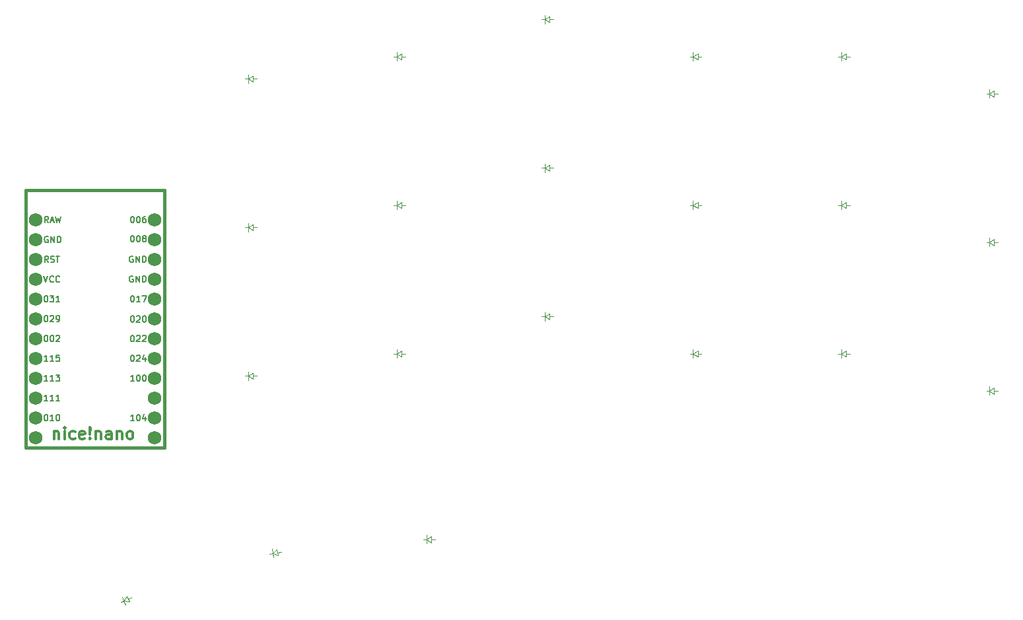
<source format=gbr>
%TF.GenerationSoftware,KiCad,Pcbnew,7.0.9*%
%TF.CreationDate,2024-08-18T04:48:34-07:00*%
%TF.ProjectId,right,72696768-742e-46b6-9963-61645f706362,v1.0.0*%
%TF.SameCoordinates,Original*%
%TF.FileFunction,Legend,Top*%
%TF.FilePolarity,Positive*%
%FSLAX46Y46*%
G04 Gerber Fmt 4.6, Leading zero omitted, Abs format (unit mm)*
G04 Created by KiCad (PCBNEW 7.0.9) date 2024-08-18 04:48:34*
%MOMM*%
%LPD*%
G01*
G04 APERTURE LIST*
%ADD10C,0.150000*%
%ADD11C,0.300000*%
%ADD12C,0.100000*%
%ADD13C,0.381000*%
%ADD14C,1.752600*%
G04 APERTURE END LIST*
D10*
X150464304Y-135367395D02*
X150197637Y-134986442D01*
X150007161Y-135367395D02*
X150007161Y-134567395D01*
X150007161Y-134567395D02*
X150311923Y-134567395D01*
X150311923Y-134567395D02*
X150388113Y-134605490D01*
X150388113Y-134605490D02*
X150426208Y-134643585D01*
X150426208Y-134643585D02*
X150464304Y-134719776D01*
X150464304Y-134719776D02*
X150464304Y-134834061D01*
X150464304Y-134834061D02*
X150426208Y-134910252D01*
X150426208Y-134910252D02*
X150388113Y-134948347D01*
X150388113Y-134948347D02*
X150311923Y-134986442D01*
X150311923Y-134986442D02*
X150007161Y-134986442D01*
X150769065Y-135138823D02*
X151150018Y-135138823D01*
X150692875Y-135367395D02*
X150959542Y-134567395D01*
X150959542Y-134567395D02*
X151226208Y-135367395D01*
X151416684Y-134567395D02*
X151607160Y-135367395D01*
X151607160Y-135367395D02*
X151759541Y-134795966D01*
X151759541Y-134795966D02*
X151911922Y-135367395D01*
X151911922Y-135367395D02*
X152102399Y-134567395D01*
X150426209Y-137145490D02*
X150350019Y-137107395D01*
X150350019Y-137107395D02*
X150235733Y-137107395D01*
X150235733Y-137107395D02*
X150121447Y-137145490D01*
X150121447Y-137145490D02*
X150045257Y-137221680D01*
X150045257Y-137221680D02*
X150007162Y-137297871D01*
X150007162Y-137297871D02*
X149969066Y-137450252D01*
X149969066Y-137450252D02*
X149969066Y-137564538D01*
X149969066Y-137564538D02*
X150007162Y-137716919D01*
X150007162Y-137716919D02*
X150045257Y-137793109D01*
X150045257Y-137793109D02*
X150121447Y-137869300D01*
X150121447Y-137869300D02*
X150235733Y-137907395D01*
X150235733Y-137907395D02*
X150311924Y-137907395D01*
X150311924Y-137907395D02*
X150426209Y-137869300D01*
X150426209Y-137869300D02*
X150464305Y-137831204D01*
X150464305Y-137831204D02*
X150464305Y-137564538D01*
X150464305Y-137564538D02*
X150311924Y-137564538D01*
X150807162Y-137907395D02*
X150807162Y-137107395D01*
X150807162Y-137107395D02*
X151264305Y-137907395D01*
X151264305Y-137907395D02*
X151264305Y-137107395D01*
X151645257Y-137907395D02*
X151645257Y-137107395D01*
X151645257Y-137107395D02*
X151835733Y-137107395D01*
X151835733Y-137107395D02*
X151950019Y-137145490D01*
X151950019Y-137145490D02*
X152026209Y-137221680D01*
X152026209Y-137221680D02*
X152064304Y-137297871D01*
X152064304Y-137297871D02*
X152102400Y-137450252D01*
X152102400Y-137450252D02*
X152102400Y-137564538D01*
X152102400Y-137564538D02*
X152064304Y-137716919D01*
X152064304Y-137716919D02*
X152026209Y-137793109D01*
X152026209Y-137793109D02*
X151950019Y-137869300D01*
X151950019Y-137869300D02*
X151835733Y-137907395D01*
X151835733Y-137907395D02*
X151645257Y-137907395D01*
X150464305Y-140447395D02*
X150197638Y-140066442D01*
X150007162Y-140447395D02*
X150007162Y-139647395D01*
X150007162Y-139647395D02*
X150311924Y-139647395D01*
X150311924Y-139647395D02*
X150388114Y-139685490D01*
X150388114Y-139685490D02*
X150426209Y-139723585D01*
X150426209Y-139723585D02*
X150464305Y-139799776D01*
X150464305Y-139799776D02*
X150464305Y-139914061D01*
X150464305Y-139914061D02*
X150426209Y-139990252D01*
X150426209Y-139990252D02*
X150388114Y-140028347D01*
X150388114Y-140028347D02*
X150311924Y-140066442D01*
X150311924Y-140066442D02*
X150007162Y-140066442D01*
X150769066Y-140409300D02*
X150883352Y-140447395D01*
X150883352Y-140447395D02*
X151073828Y-140447395D01*
X151073828Y-140447395D02*
X151150019Y-140409300D01*
X151150019Y-140409300D02*
X151188114Y-140371204D01*
X151188114Y-140371204D02*
X151226209Y-140295014D01*
X151226209Y-140295014D02*
X151226209Y-140218823D01*
X151226209Y-140218823D02*
X151188114Y-140142633D01*
X151188114Y-140142633D02*
X151150019Y-140104538D01*
X151150019Y-140104538D02*
X151073828Y-140066442D01*
X151073828Y-140066442D02*
X150921447Y-140028347D01*
X150921447Y-140028347D02*
X150845257Y-139990252D01*
X150845257Y-139990252D02*
X150807162Y-139952157D01*
X150807162Y-139952157D02*
X150769066Y-139875966D01*
X150769066Y-139875966D02*
X150769066Y-139799776D01*
X150769066Y-139799776D02*
X150807162Y-139723585D01*
X150807162Y-139723585D02*
X150845257Y-139685490D01*
X150845257Y-139685490D02*
X150921447Y-139647395D01*
X150921447Y-139647395D02*
X151111924Y-139647395D01*
X151111924Y-139647395D02*
X151226209Y-139685490D01*
X151454781Y-139647395D02*
X151911924Y-139647395D01*
X151683352Y-140447395D02*
X151683352Y-139647395D01*
X149886542Y-142187395D02*
X150153209Y-142987395D01*
X150153209Y-142987395D02*
X150419875Y-142187395D01*
X151143685Y-142911204D02*
X151105589Y-142949300D01*
X151105589Y-142949300D02*
X150991304Y-142987395D01*
X150991304Y-142987395D02*
X150915113Y-142987395D01*
X150915113Y-142987395D02*
X150800827Y-142949300D01*
X150800827Y-142949300D02*
X150724637Y-142873109D01*
X150724637Y-142873109D02*
X150686542Y-142796919D01*
X150686542Y-142796919D02*
X150648446Y-142644538D01*
X150648446Y-142644538D02*
X150648446Y-142530252D01*
X150648446Y-142530252D02*
X150686542Y-142377871D01*
X150686542Y-142377871D02*
X150724637Y-142301680D01*
X150724637Y-142301680D02*
X150800827Y-142225490D01*
X150800827Y-142225490D02*
X150915113Y-142187395D01*
X150915113Y-142187395D02*
X150991304Y-142187395D01*
X150991304Y-142187395D02*
X151105589Y-142225490D01*
X151105589Y-142225490D02*
X151143685Y-142263585D01*
X151943685Y-142911204D02*
X151905589Y-142949300D01*
X151905589Y-142949300D02*
X151791304Y-142987395D01*
X151791304Y-142987395D02*
X151715113Y-142987395D01*
X151715113Y-142987395D02*
X151600827Y-142949300D01*
X151600827Y-142949300D02*
X151524637Y-142873109D01*
X151524637Y-142873109D02*
X151486542Y-142796919D01*
X151486542Y-142796919D02*
X151448446Y-142644538D01*
X151448446Y-142644538D02*
X151448446Y-142530252D01*
X151448446Y-142530252D02*
X151486542Y-142377871D01*
X151486542Y-142377871D02*
X151524637Y-142301680D01*
X151524637Y-142301680D02*
X151600827Y-142225490D01*
X151600827Y-142225490D02*
X151715113Y-142187395D01*
X151715113Y-142187395D02*
X151791304Y-142187395D01*
X151791304Y-142187395D02*
X151905589Y-142225490D01*
X151905589Y-142225490D02*
X151943685Y-142263585D01*
X150153209Y-144727395D02*
X150229399Y-144727395D01*
X150229399Y-144727395D02*
X150305590Y-144765490D01*
X150305590Y-144765490D02*
X150343685Y-144803585D01*
X150343685Y-144803585D02*
X150381780Y-144879776D01*
X150381780Y-144879776D02*
X150419875Y-145032157D01*
X150419875Y-145032157D02*
X150419875Y-145222633D01*
X150419875Y-145222633D02*
X150381780Y-145375014D01*
X150381780Y-145375014D02*
X150343685Y-145451204D01*
X150343685Y-145451204D02*
X150305590Y-145489300D01*
X150305590Y-145489300D02*
X150229399Y-145527395D01*
X150229399Y-145527395D02*
X150153209Y-145527395D01*
X150153209Y-145527395D02*
X150077018Y-145489300D01*
X150077018Y-145489300D02*
X150038923Y-145451204D01*
X150038923Y-145451204D02*
X150000828Y-145375014D01*
X150000828Y-145375014D02*
X149962732Y-145222633D01*
X149962732Y-145222633D02*
X149962732Y-145032157D01*
X149962732Y-145032157D02*
X150000828Y-144879776D01*
X150000828Y-144879776D02*
X150038923Y-144803585D01*
X150038923Y-144803585D02*
X150077018Y-144765490D01*
X150077018Y-144765490D02*
X150153209Y-144727395D01*
X150686542Y-144727395D02*
X151181780Y-144727395D01*
X151181780Y-144727395D02*
X150915114Y-145032157D01*
X150915114Y-145032157D02*
X151029399Y-145032157D01*
X151029399Y-145032157D02*
X151105590Y-145070252D01*
X151105590Y-145070252D02*
X151143685Y-145108347D01*
X151143685Y-145108347D02*
X151181780Y-145184538D01*
X151181780Y-145184538D02*
X151181780Y-145375014D01*
X151181780Y-145375014D02*
X151143685Y-145451204D01*
X151143685Y-145451204D02*
X151105590Y-145489300D01*
X151105590Y-145489300D02*
X151029399Y-145527395D01*
X151029399Y-145527395D02*
X150800828Y-145527395D01*
X150800828Y-145527395D02*
X150724637Y-145489300D01*
X150724637Y-145489300D02*
X150686542Y-145451204D01*
X151943685Y-145527395D02*
X151486542Y-145527395D01*
X151715114Y-145527395D02*
X151715114Y-144727395D01*
X151715114Y-144727395D02*
X151638923Y-144841680D01*
X151638923Y-144841680D02*
X151562733Y-144917871D01*
X151562733Y-144917871D02*
X151486542Y-144955966D01*
X150153209Y-147267395D02*
X150229399Y-147267395D01*
X150229399Y-147267395D02*
X150305590Y-147305490D01*
X150305590Y-147305490D02*
X150343685Y-147343585D01*
X150343685Y-147343585D02*
X150381780Y-147419776D01*
X150381780Y-147419776D02*
X150419875Y-147572157D01*
X150419875Y-147572157D02*
X150419875Y-147762633D01*
X150419875Y-147762633D02*
X150381780Y-147915014D01*
X150381780Y-147915014D02*
X150343685Y-147991204D01*
X150343685Y-147991204D02*
X150305590Y-148029300D01*
X150305590Y-148029300D02*
X150229399Y-148067395D01*
X150229399Y-148067395D02*
X150153209Y-148067395D01*
X150153209Y-148067395D02*
X150077018Y-148029300D01*
X150077018Y-148029300D02*
X150038923Y-147991204D01*
X150038923Y-147991204D02*
X150000828Y-147915014D01*
X150000828Y-147915014D02*
X149962732Y-147762633D01*
X149962732Y-147762633D02*
X149962732Y-147572157D01*
X149962732Y-147572157D02*
X150000828Y-147419776D01*
X150000828Y-147419776D02*
X150038923Y-147343585D01*
X150038923Y-147343585D02*
X150077018Y-147305490D01*
X150077018Y-147305490D02*
X150153209Y-147267395D01*
X150724637Y-147343585D02*
X150762733Y-147305490D01*
X150762733Y-147305490D02*
X150838923Y-147267395D01*
X150838923Y-147267395D02*
X151029399Y-147267395D01*
X151029399Y-147267395D02*
X151105590Y-147305490D01*
X151105590Y-147305490D02*
X151143685Y-147343585D01*
X151143685Y-147343585D02*
X151181780Y-147419776D01*
X151181780Y-147419776D02*
X151181780Y-147495966D01*
X151181780Y-147495966D02*
X151143685Y-147610252D01*
X151143685Y-147610252D02*
X150686542Y-148067395D01*
X150686542Y-148067395D02*
X151181780Y-148067395D01*
X151562733Y-148067395D02*
X151715114Y-148067395D01*
X151715114Y-148067395D02*
X151791304Y-148029300D01*
X151791304Y-148029300D02*
X151829400Y-147991204D01*
X151829400Y-147991204D02*
X151905590Y-147876919D01*
X151905590Y-147876919D02*
X151943685Y-147724538D01*
X151943685Y-147724538D02*
X151943685Y-147419776D01*
X151943685Y-147419776D02*
X151905590Y-147343585D01*
X151905590Y-147343585D02*
X151867495Y-147305490D01*
X151867495Y-147305490D02*
X151791304Y-147267395D01*
X151791304Y-147267395D02*
X151638923Y-147267395D01*
X151638923Y-147267395D02*
X151562733Y-147305490D01*
X151562733Y-147305490D02*
X151524638Y-147343585D01*
X151524638Y-147343585D02*
X151486542Y-147419776D01*
X151486542Y-147419776D02*
X151486542Y-147610252D01*
X151486542Y-147610252D02*
X151524638Y-147686442D01*
X151524638Y-147686442D02*
X151562733Y-147724538D01*
X151562733Y-147724538D02*
X151638923Y-147762633D01*
X151638923Y-147762633D02*
X151791304Y-147762633D01*
X151791304Y-147762633D02*
X151867495Y-147724538D01*
X151867495Y-147724538D02*
X151905590Y-147686442D01*
X151905590Y-147686442D02*
X151943685Y-147610252D01*
X150153209Y-149807395D02*
X150229399Y-149807395D01*
X150229399Y-149807395D02*
X150305590Y-149845490D01*
X150305590Y-149845490D02*
X150343685Y-149883585D01*
X150343685Y-149883585D02*
X150381780Y-149959776D01*
X150381780Y-149959776D02*
X150419875Y-150112157D01*
X150419875Y-150112157D02*
X150419875Y-150302633D01*
X150419875Y-150302633D02*
X150381780Y-150455014D01*
X150381780Y-150455014D02*
X150343685Y-150531204D01*
X150343685Y-150531204D02*
X150305590Y-150569300D01*
X150305590Y-150569300D02*
X150229399Y-150607395D01*
X150229399Y-150607395D02*
X150153209Y-150607395D01*
X150153209Y-150607395D02*
X150077018Y-150569300D01*
X150077018Y-150569300D02*
X150038923Y-150531204D01*
X150038923Y-150531204D02*
X150000828Y-150455014D01*
X150000828Y-150455014D02*
X149962732Y-150302633D01*
X149962732Y-150302633D02*
X149962732Y-150112157D01*
X149962732Y-150112157D02*
X150000828Y-149959776D01*
X150000828Y-149959776D02*
X150038923Y-149883585D01*
X150038923Y-149883585D02*
X150077018Y-149845490D01*
X150077018Y-149845490D02*
X150153209Y-149807395D01*
X150915114Y-149807395D02*
X150991304Y-149807395D01*
X150991304Y-149807395D02*
X151067495Y-149845490D01*
X151067495Y-149845490D02*
X151105590Y-149883585D01*
X151105590Y-149883585D02*
X151143685Y-149959776D01*
X151143685Y-149959776D02*
X151181780Y-150112157D01*
X151181780Y-150112157D02*
X151181780Y-150302633D01*
X151181780Y-150302633D02*
X151143685Y-150455014D01*
X151143685Y-150455014D02*
X151105590Y-150531204D01*
X151105590Y-150531204D02*
X151067495Y-150569300D01*
X151067495Y-150569300D02*
X150991304Y-150607395D01*
X150991304Y-150607395D02*
X150915114Y-150607395D01*
X150915114Y-150607395D02*
X150838923Y-150569300D01*
X150838923Y-150569300D02*
X150800828Y-150531204D01*
X150800828Y-150531204D02*
X150762733Y-150455014D01*
X150762733Y-150455014D02*
X150724637Y-150302633D01*
X150724637Y-150302633D02*
X150724637Y-150112157D01*
X150724637Y-150112157D02*
X150762733Y-149959776D01*
X150762733Y-149959776D02*
X150800828Y-149883585D01*
X150800828Y-149883585D02*
X150838923Y-149845490D01*
X150838923Y-149845490D02*
X150915114Y-149807395D01*
X151486542Y-149883585D02*
X151524638Y-149845490D01*
X151524638Y-149845490D02*
X151600828Y-149807395D01*
X151600828Y-149807395D02*
X151791304Y-149807395D01*
X151791304Y-149807395D02*
X151867495Y-149845490D01*
X151867495Y-149845490D02*
X151905590Y-149883585D01*
X151905590Y-149883585D02*
X151943685Y-149959776D01*
X151943685Y-149959776D02*
X151943685Y-150035966D01*
X151943685Y-150035966D02*
X151905590Y-150150252D01*
X151905590Y-150150252D02*
X151448447Y-150607395D01*
X151448447Y-150607395D02*
X151943685Y-150607395D01*
X150419875Y-153147395D02*
X149962732Y-153147395D01*
X150191304Y-153147395D02*
X150191304Y-152347395D01*
X150191304Y-152347395D02*
X150115113Y-152461680D01*
X150115113Y-152461680D02*
X150038923Y-152537871D01*
X150038923Y-152537871D02*
X149962732Y-152575966D01*
X151181780Y-153147395D02*
X150724637Y-153147395D01*
X150953209Y-153147395D02*
X150953209Y-152347395D01*
X150953209Y-152347395D02*
X150877018Y-152461680D01*
X150877018Y-152461680D02*
X150800828Y-152537871D01*
X150800828Y-152537871D02*
X150724637Y-152575966D01*
X151905590Y-152347395D02*
X151524638Y-152347395D01*
X151524638Y-152347395D02*
X151486542Y-152728347D01*
X151486542Y-152728347D02*
X151524638Y-152690252D01*
X151524638Y-152690252D02*
X151600828Y-152652157D01*
X151600828Y-152652157D02*
X151791304Y-152652157D01*
X151791304Y-152652157D02*
X151867495Y-152690252D01*
X151867495Y-152690252D02*
X151905590Y-152728347D01*
X151905590Y-152728347D02*
X151943685Y-152804538D01*
X151943685Y-152804538D02*
X151943685Y-152995014D01*
X151943685Y-152995014D02*
X151905590Y-153071204D01*
X151905590Y-153071204D02*
X151867495Y-153109300D01*
X151867495Y-153109300D02*
X151791304Y-153147395D01*
X151791304Y-153147395D02*
X151600828Y-153147395D01*
X151600828Y-153147395D02*
X151524638Y-153109300D01*
X151524638Y-153109300D02*
X151486542Y-153071204D01*
X150419875Y-155687395D02*
X149962732Y-155687395D01*
X150191304Y-155687395D02*
X150191304Y-154887395D01*
X150191304Y-154887395D02*
X150115113Y-155001680D01*
X150115113Y-155001680D02*
X150038923Y-155077871D01*
X150038923Y-155077871D02*
X149962732Y-155115966D01*
X151181780Y-155687395D02*
X150724637Y-155687395D01*
X150953209Y-155687395D02*
X150953209Y-154887395D01*
X150953209Y-154887395D02*
X150877018Y-155001680D01*
X150877018Y-155001680D02*
X150800828Y-155077871D01*
X150800828Y-155077871D02*
X150724637Y-155115966D01*
X151448447Y-154887395D02*
X151943685Y-154887395D01*
X151943685Y-154887395D02*
X151677019Y-155192157D01*
X151677019Y-155192157D02*
X151791304Y-155192157D01*
X151791304Y-155192157D02*
X151867495Y-155230252D01*
X151867495Y-155230252D02*
X151905590Y-155268347D01*
X151905590Y-155268347D02*
X151943685Y-155344538D01*
X151943685Y-155344538D02*
X151943685Y-155535014D01*
X151943685Y-155535014D02*
X151905590Y-155611204D01*
X151905590Y-155611204D02*
X151867495Y-155649300D01*
X151867495Y-155649300D02*
X151791304Y-155687395D01*
X151791304Y-155687395D02*
X151562733Y-155687395D01*
X151562733Y-155687395D02*
X151486542Y-155649300D01*
X151486542Y-155649300D02*
X151448447Y-155611204D01*
X150419875Y-158227395D02*
X149962732Y-158227395D01*
X150191304Y-158227395D02*
X150191304Y-157427395D01*
X150191304Y-157427395D02*
X150115113Y-157541680D01*
X150115113Y-157541680D02*
X150038923Y-157617871D01*
X150038923Y-157617871D02*
X149962732Y-157655966D01*
X151181780Y-158227395D02*
X150724637Y-158227395D01*
X150953209Y-158227395D02*
X150953209Y-157427395D01*
X150953209Y-157427395D02*
X150877018Y-157541680D01*
X150877018Y-157541680D02*
X150800828Y-157617871D01*
X150800828Y-157617871D02*
X150724637Y-157655966D01*
X151943685Y-158227395D02*
X151486542Y-158227395D01*
X151715114Y-158227395D02*
X151715114Y-157427395D01*
X151715114Y-157427395D02*
X151638923Y-157541680D01*
X151638923Y-157541680D02*
X151562733Y-157617871D01*
X151562733Y-157617871D02*
X151486542Y-157655966D01*
X150153209Y-159967395D02*
X150229399Y-159967395D01*
X150229399Y-159967395D02*
X150305590Y-160005490D01*
X150305590Y-160005490D02*
X150343685Y-160043585D01*
X150343685Y-160043585D02*
X150381780Y-160119776D01*
X150381780Y-160119776D02*
X150419875Y-160272157D01*
X150419875Y-160272157D02*
X150419875Y-160462633D01*
X150419875Y-160462633D02*
X150381780Y-160615014D01*
X150381780Y-160615014D02*
X150343685Y-160691204D01*
X150343685Y-160691204D02*
X150305590Y-160729300D01*
X150305590Y-160729300D02*
X150229399Y-160767395D01*
X150229399Y-160767395D02*
X150153209Y-160767395D01*
X150153209Y-160767395D02*
X150077018Y-160729300D01*
X150077018Y-160729300D02*
X150038923Y-160691204D01*
X150038923Y-160691204D02*
X150000828Y-160615014D01*
X150000828Y-160615014D02*
X149962732Y-160462633D01*
X149962732Y-160462633D02*
X149962732Y-160272157D01*
X149962732Y-160272157D02*
X150000828Y-160119776D01*
X150000828Y-160119776D02*
X150038923Y-160043585D01*
X150038923Y-160043585D02*
X150077018Y-160005490D01*
X150077018Y-160005490D02*
X150153209Y-159967395D01*
X151181780Y-160767395D02*
X150724637Y-160767395D01*
X150953209Y-160767395D02*
X150953209Y-159967395D01*
X150953209Y-159967395D02*
X150877018Y-160081680D01*
X150877018Y-160081680D02*
X150800828Y-160157871D01*
X150800828Y-160157871D02*
X150724637Y-160195966D01*
X151677019Y-159967395D02*
X151753209Y-159967395D01*
X151753209Y-159967395D02*
X151829400Y-160005490D01*
X151829400Y-160005490D02*
X151867495Y-160043585D01*
X151867495Y-160043585D02*
X151905590Y-160119776D01*
X151905590Y-160119776D02*
X151943685Y-160272157D01*
X151943685Y-160272157D02*
X151943685Y-160462633D01*
X151943685Y-160462633D02*
X151905590Y-160615014D01*
X151905590Y-160615014D02*
X151867495Y-160691204D01*
X151867495Y-160691204D02*
X151829400Y-160729300D01*
X151829400Y-160729300D02*
X151753209Y-160767395D01*
X151753209Y-160767395D02*
X151677019Y-160767395D01*
X151677019Y-160767395D02*
X151600828Y-160729300D01*
X151600828Y-160729300D02*
X151562733Y-160691204D01*
X151562733Y-160691204D02*
X151524638Y-160615014D01*
X151524638Y-160615014D02*
X151486542Y-160462633D01*
X151486542Y-160462633D02*
X151486542Y-160272157D01*
X151486542Y-160272157D02*
X151524638Y-160119776D01*
X151524638Y-160119776D02*
X151562733Y-160043585D01*
X151562733Y-160043585D02*
X151600828Y-160005490D01*
X151600828Y-160005490D02*
X151677019Y-159967395D01*
X161227590Y-134567395D02*
X161303780Y-134567395D01*
X161303780Y-134567395D02*
X161379971Y-134605490D01*
X161379971Y-134605490D02*
X161418066Y-134643585D01*
X161418066Y-134643585D02*
X161456161Y-134719776D01*
X161456161Y-134719776D02*
X161494256Y-134872157D01*
X161494256Y-134872157D02*
X161494256Y-135062633D01*
X161494256Y-135062633D02*
X161456161Y-135215014D01*
X161456161Y-135215014D02*
X161418066Y-135291204D01*
X161418066Y-135291204D02*
X161379971Y-135329300D01*
X161379971Y-135329300D02*
X161303780Y-135367395D01*
X161303780Y-135367395D02*
X161227590Y-135367395D01*
X161227590Y-135367395D02*
X161151399Y-135329300D01*
X161151399Y-135329300D02*
X161113304Y-135291204D01*
X161113304Y-135291204D02*
X161075209Y-135215014D01*
X161075209Y-135215014D02*
X161037113Y-135062633D01*
X161037113Y-135062633D02*
X161037113Y-134872157D01*
X161037113Y-134872157D02*
X161075209Y-134719776D01*
X161075209Y-134719776D02*
X161113304Y-134643585D01*
X161113304Y-134643585D02*
X161151399Y-134605490D01*
X161151399Y-134605490D02*
X161227590Y-134567395D01*
X161989495Y-134567395D02*
X162065685Y-134567395D01*
X162065685Y-134567395D02*
X162141876Y-134605490D01*
X162141876Y-134605490D02*
X162179971Y-134643585D01*
X162179971Y-134643585D02*
X162218066Y-134719776D01*
X162218066Y-134719776D02*
X162256161Y-134872157D01*
X162256161Y-134872157D02*
X162256161Y-135062633D01*
X162256161Y-135062633D02*
X162218066Y-135215014D01*
X162218066Y-135215014D02*
X162179971Y-135291204D01*
X162179971Y-135291204D02*
X162141876Y-135329300D01*
X162141876Y-135329300D02*
X162065685Y-135367395D01*
X162065685Y-135367395D02*
X161989495Y-135367395D01*
X161989495Y-135367395D02*
X161913304Y-135329300D01*
X161913304Y-135329300D02*
X161875209Y-135291204D01*
X161875209Y-135291204D02*
X161837114Y-135215014D01*
X161837114Y-135215014D02*
X161799018Y-135062633D01*
X161799018Y-135062633D02*
X161799018Y-134872157D01*
X161799018Y-134872157D02*
X161837114Y-134719776D01*
X161837114Y-134719776D02*
X161875209Y-134643585D01*
X161875209Y-134643585D02*
X161913304Y-134605490D01*
X161913304Y-134605490D02*
X161989495Y-134567395D01*
X162941876Y-134567395D02*
X162789495Y-134567395D01*
X162789495Y-134567395D02*
X162713304Y-134605490D01*
X162713304Y-134605490D02*
X162675209Y-134643585D01*
X162675209Y-134643585D02*
X162599019Y-134757871D01*
X162599019Y-134757871D02*
X162560923Y-134910252D01*
X162560923Y-134910252D02*
X162560923Y-135215014D01*
X162560923Y-135215014D02*
X162599019Y-135291204D01*
X162599019Y-135291204D02*
X162637114Y-135329300D01*
X162637114Y-135329300D02*
X162713304Y-135367395D01*
X162713304Y-135367395D02*
X162865685Y-135367395D01*
X162865685Y-135367395D02*
X162941876Y-135329300D01*
X162941876Y-135329300D02*
X162979971Y-135291204D01*
X162979971Y-135291204D02*
X163018066Y-135215014D01*
X163018066Y-135215014D02*
X163018066Y-135024538D01*
X163018066Y-135024538D02*
X162979971Y-134948347D01*
X162979971Y-134948347D02*
X162941876Y-134910252D01*
X162941876Y-134910252D02*
X162865685Y-134872157D01*
X162865685Y-134872157D02*
X162713304Y-134872157D01*
X162713304Y-134872157D02*
X162637114Y-134910252D01*
X162637114Y-134910252D02*
X162599019Y-134948347D01*
X162599019Y-134948347D02*
X162560923Y-135024538D01*
X161227590Y-137037395D02*
X161303780Y-137037395D01*
X161303780Y-137037395D02*
X161379971Y-137075490D01*
X161379971Y-137075490D02*
X161418066Y-137113585D01*
X161418066Y-137113585D02*
X161456161Y-137189776D01*
X161456161Y-137189776D02*
X161494256Y-137342157D01*
X161494256Y-137342157D02*
X161494256Y-137532633D01*
X161494256Y-137532633D02*
X161456161Y-137685014D01*
X161456161Y-137685014D02*
X161418066Y-137761204D01*
X161418066Y-137761204D02*
X161379971Y-137799300D01*
X161379971Y-137799300D02*
X161303780Y-137837395D01*
X161303780Y-137837395D02*
X161227590Y-137837395D01*
X161227590Y-137837395D02*
X161151399Y-137799300D01*
X161151399Y-137799300D02*
X161113304Y-137761204D01*
X161113304Y-137761204D02*
X161075209Y-137685014D01*
X161075209Y-137685014D02*
X161037113Y-137532633D01*
X161037113Y-137532633D02*
X161037113Y-137342157D01*
X161037113Y-137342157D02*
X161075209Y-137189776D01*
X161075209Y-137189776D02*
X161113304Y-137113585D01*
X161113304Y-137113585D02*
X161151399Y-137075490D01*
X161151399Y-137075490D02*
X161227590Y-137037395D01*
X161989495Y-137037395D02*
X162065685Y-137037395D01*
X162065685Y-137037395D02*
X162141876Y-137075490D01*
X162141876Y-137075490D02*
X162179971Y-137113585D01*
X162179971Y-137113585D02*
X162218066Y-137189776D01*
X162218066Y-137189776D02*
X162256161Y-137342157D01*
X162256161Y-137342157D02*
X162256161Y-137532633D01*
X162256161Y-137532633D02*
X162218066Y-137685014D01*
X162218066Y-137685014D02*
X162179971Y-137761204D01*
X162179971Y-137761204D02*
X162141876Y-137799300D01*
X162141876Y-137799300D02*
X162065685Y-137837395D01*
X162065685Y-137837395D02*
X161989495Y-137837395D01*
X161989495Y-137837395D02*
X161913304Y-137799300D01*
X161913304Y-137799300D02*
X161875209Y-137761204D01*
X161875209Y-137761204D02*
X161837114Y-137685014D01*
X161837114Y-137685014D02*
X161799018Y-137532633D01*
X161799018Y-137532633D02*
X161799018Y-137342157D01*
X161799018Y-137342157D02*
X161837114Y-137189776D01*
X161837114Y-137189776D02*
X161875209Y-137113585D01*
X161875209Y-137113585D02*
X161913304Y-137075490D01*
X161913304Y-137075490D02*
X161989495Y-137037395D01*
X162713304Y-137380252D02*
X162637114Y-137342157D01*
X162637114Y-137342157D02*
X162599019Y-137304061D01*
X162599019Y-137304061D02*
X162560923Y-137227871D01*
X162560923Y-137227871D02*
X162560923Y-137189776D01*
X162560923Y-137189776D02*
X162599019Y-137113585D01*
X162599019Y-137113585D02*
X162637114Y-137075490D01*
X162637114Y-137075490D02*
X162713304Y-137037395D01*
X162713304Y-137037395D02*
X162865685Y-137037395D01*
X162865685Y-137037395D02*
X162941876Y-137075490D01*
X162941876Y-137075490D02*
X162979971Y-137113585D01*
X162979971Y-137113585D02*
X163018066Y-137189776D01*
X163018066Y-137189776D02*
X163018066Y-137227871D01*
X163018066Y-137227871D02*
X162979971Y-137304061D01*
X162979971Y-137304061D02*
X162941876Y-137342157D01*
X162941876Y-137342157D02*
X162865685Y-137380252D01*
X162865685Y-137380252D02*
X162713304Y-137380252D01*
X162713304Y-137380252D02*
X162637114Y-137418347D01*
X162637114Y-137418347D02*
X162599019Y-137456442D01*
X162599019Y-137456442D02*
X162560923Y-137532633D01*
X162560923Y-137532633D02*
X162560923Y-137685014D01*
X162560923Y-137685014D02*
X162599019Y-137761204D01*
X162599019Y-137761204D02*
X162637114Y-137799300D01*
X162637114Y-137799300D02*
X162713304Y-137837395D01*
X162713304Y-137837395D02*
X162865685Y-137837395D01*
X162865685Y-137837395D02*
X162941876Y-137799300D01*
X162941876Y-137799300D02*
X162979971Y-137761204D01*
X162979971Y-137761204D02*
X163018066Y-137685014D01*
X163018066Y-137685014D02*
X163018066Y-137532633D01*
X163018066Y-137532633D02*
X162979971Y-137456442D01*
X162979971Y-137456442D02*
X162941876Y-137418347D01*
X162941876Y-137418347D02*
X162865685Y-137380252D01*
X161341876Y-139685490D02*
X161265686Y-139647395D01*
X161265686Y-139647395D02*
X161151400Y-139647395D01*
X161151400Y-139647395D02*
X161037114Y-139685490D01*
X161037114Y-139685490D02*
X160960924Y-139761680D01*
X160960924Y-139761680D02*
X160922829Y-139837871D01*
X160922829Y-139837871D02*
X160884733Y-139990252D01*
X160884733Y-139990252D02*
X160884733Y-140104538D01*
X160884733Y-140104538D02*
X160922829Y-140256919D01*
X160922829Y-140256919D02*
X160960924Y-140333109D01*
X160960924Y-140333109D02*
X161037114Y-140409300D01*
X161037114Y-140409300D02*
X161151400Y-140447395D01*
X161151400Y-140447395D02*
X161227591Y-140447395D01*
X161227591Y-140447395D02*
X161341876Y-140409300D01*
X161341876Y-140409300D02*
X161379972Y-140371204D01*
X161379972Y-140371204D02*
X161379972Y-140104538D01*
X161379972Y-140104538D02*
X161227591Y-140104538D01*
X161722829Y-140447395D02*
X161722829Y-139647395D01*
X161722829Y-139647395D02*
X162179972Y-140447395D01*
X162179972Y-140447395D02*
X162179972Y-139647395D01*
X162560924Y-140447395D02*
X162560924Y-139647395D01*
X162560924Y-139647395D02*
X162751400Y-139647395D01*
X162751400Y-139647395D02*
X162865686Y-139685490D01*
X162865686Y-139685490D02*
X162941876Y-139761680D01*
X162941876Y-139761680D02*
X162979971Y-139837871D01*
X162979971Y-139837871D02*
X163018067Y-139990252D01*
X163018067Y-139990252D02*
X163018067Y-140104538D01*
X163018067Y-140104538D02*
X162979971Y-140256919D01*
X162979971Y-140256919D02*
X162941876Y-140333109D01*
X162941876Y-140333109D02*
X162865686Y-140409300D01*
X162865686Y-140409300D02*
X162751400Y-140447395D01*
X162751400Y-140447395D02*
X162560924Y-140447395D01*
X161341876Y-142225490D02*
X161265686Y-142187395D01*
X161265686Y-142187395D02*
X161151400Y-142187395D01*
X161151400Y-142187395D02*
X161037114Y-142225490D01*
X161037114Y-142225490D02*
X160960924Y-142301680D01*
X160960924Y-142301680D02*
X160922829Y-142377871D01*
X160922829Y-142377871D02*
X160884733Y-142530252D01*
X160884733Y-142530252D02*
X160884733Y-142644538D01*
X160884733Y-142644538D02*
X160922829Y-142796919D01*
X160922829Y-142796919D02*
X160960924Y-142873109D01*
X160960924Y-142873109D02*
X161037114Y-142949300D01*
X161037114Y-142949300D02*
X161151400Y-142987395D01*
X161151400Y-142987395D02*
X161227591Y-142987395D01*
X161227591Y-142987395D02*
X161341876Y-142949300D01*
X161341876Y-142949300D02*
X161379972Y-142911204D01*
X161379972Y-142911204D02*
X161379972Y-142644538D01*
X161379972Y-142644538D02*
X161227591Y-142644538D01*
X161722829Y-142987395D02*
X161722829Y-142187395D01*
X161722829Y-142187395D02*
X162179972Y-142987395D01*
X162179972Y-142987395D02*
X162179972Y-142187395D01*
X162560924Y-142987395D02*
X162560924Y-142187395D01*
X162560924Y-142187395D02*
X162751400Y-142187395D01*
X162751400Y-142187395D02*
X162865686Y-142225490D01*
X162865686Y-142225490D02*
X162941876Y-142301680D01*
X162941876Y-142301680D02*
X162979971Y-142377871D01*
X162979971Y-142377871D02*
X163018067Y-142530252D01*
X163018067Y-142530252D02*
X163018067Y-142644538D01*
X163018067Y-142644538D02*
X162979971Y-142796919D01*
X162979971Y-142796919D02*
X162941876Y-142873109D01*
X162941876Y-142873109D02*
X162865686Y-142949300D01*
X162865686Y-142949300D02*
X162751400Y-142987395D01*
X162751400Y-142987395D02*
X162560924Y-142987395D01*
X161227590Y-144737395D02*
X161303780Y-144737395D01*
X161303780Y-144737395D02*
X161379971Y-144775490D01*
X161379971Y-144775490D02*
X161418066Y-144813585D01*
X161418066Y-144813585D02*
X161456161Y-144889776D01*
X161456161Y-144889776D02*
X161494256Y-145042157D01*
X161494256Y-145042157D02*
X161494256Y-145232633D01*
X161494256Y-145232633D02*
X161456161Y-145385014D01*
X161456161Y-145385014D02*
X161418066Y-145461204D01*
X161418066Y-145461204D02*
X161379971Y-145499300D01*
X161379971Y-145499300D02*
X161303780Y-145537395D01*
X161303780Y-145537395D02*
X161227590Y-145537395D01*
X161227590Y-145537395D02*
X161151399Y-145499300D01*
X161151399Y-145499300D02*
X161113304Y-145461204D01*
X161113304Y-145461204D02*
X161075209Y-145385014D01*
X161075209Y-145385014D02*
X161037113Y-145232633D01*
X161037113Y-145232633D02*
X161037113Y-145042157D01*
X161037113Y-145042157D02*
X161075209Y-144889776D01*
X161075209Y-144889776D02*
X161113304Y-144813585D01*
X161113304Y-144813585D02*
X161151399Y-144775490D01*
X161151399Y-144775490D02*
X161227590Y-144737395D01*
X162256161Y-145537395D02*
X161799018Y-145537395D01*
X162027590Y-145537395D02*
X162027590Y-144737395D01*
X162027590Y-144737395D02*
X161951399Y-144851680D01*
X161951399Y-144851680D02*
X161875209Y-144927871D01*
X161875209Y-144927871D02*
X161799018Y-144965966D01*
X162522828Y-144737395D02*
X163056162Y-144737395D01*
X163056162Y-144737395D02*
X162713304Y-145537395D01*
X161227590Y-147337395D02*
X161303780Y-147337395D01*
X161303780Y-147337395D02*
X161379971Y-147375490D01*
X161379971Y-147375490D02*
X161418066Y-147413585D01*
X161418066Y-147413585D02*
X161456161Y-147489776D01*
X161456161Y-147489776D02*
X161494256Y-147642157D01*
X161494256Y-147642157D02*
X161494256Y-147832633D01*
X161494256Y-147832633D02*
X161456161Y-147985014D01*
X161456161Y-147985014D02*
X161418066Y-148061204D01*
X161418066Y-148061204D02*
X161379971Y-148099300D01*
X161379971Y-148099300D02*
X161303780Y-148137395D01*
X161303780Y-148137395D02*
X161227590Y-148137395D01*
X161227590Y-148137395D02*
X161151399Y-148099300D01*
X161151399Y-148099300D02*
X161113304Y-148061204D01*
X161113304Y-148061204D02*
X161075209Y-147985014D01*
X161075209Y-147985014D02*
X161037113Y-147832633D01*
X161037113Y-147832633D02*
X161037113Y-147642157D01*
X161037113Y-147642157D02*
X161075209Y-147489776D01*
X161075209Y-147489776D02*
X161113304Y-147413585D01*
X161113304Y-147413585D02*
X161151399Y-147375490D01*
X161151399Y-147375490D02*
X161227590Y-147337395D01*
X161799018Y-147413585D02*
X161837114Y-147375490D01*
X161837114Y-147375490D02*
X161913304Y-147337395D01*
X161913304Y-147337395D02*
X162103780Y-147337395D01*
X162103780Y-147337395D02*
X162179971Y-147375490D01*
X162179971Y-147375490D02*
X162218066Y-147413585D01*
X162218066Y-147413585D02*
X162256161Y-147489776D01*
X162256161Y-147489776D02*
X162256161Y-147565966D01*
X162256161Y-147565966D02*
X162218066Y-147680252D01*
X162218066Y-147680252D02*
X161760923Y-148137395D01*
X161760923Y-148137395D02*
X162256161Y-148137395D01*
X162751400Y-147337395D02*
X162827590Y-147337395D01*
X162827590Y-147337395D02*
X162903781Y-147375490D01*
X162903781Y-147375490D02*
X162941876Y-147413585D01*
X162941876Y-147413585D02*
X162979971Y-147489776D01*
X162979971Y-147489776D02*
X163018066Y-147642157D01*
X163018066Y-147642157D02*
X163018066Y-147832633D01*
X163018066Y-147832633D02*
X162979971Y-147985014D01*
X162979971Y-147985014D02*
X162941876Y-148061204D01*
X162941876Y-148061204D02*
X162903781Y-148099300D01*
X162903781Y-148099300D02*
X162827590Y-148137395D01*
X162827590Y-148137395D02*
X162751400Y-148137395D01*
X162751400Y-148137395D02*
X162675209Y-148099300D01*
X162675209Y-148099300D02*
X162637114Y-148061204D01*
X162637114Y-148061204D02*
X162599019Y-147985014D01*
X162599019Y-147985014D02*
X162560923Y-147832633D01*
X162560923Y-147832633D02*
X162560923Y-147642157D01*
X162560923Y-147642157D02*
X162599019Y-147489776D01*
X162599019Y-147489776D02*
X162637114Y-147413585D01*
X162637114Y-147413585D02*
X162675209Y-147375490D01*
X162675209Y-147375490D02*
X162751400Y-147337395D01*
X161227590Y-149837395D02*
X161303780Y-149837395D01*
X161303780Y-149837395D02*
X161379971Y-149875490D01*
X161379971Y-149875490D02*
X161418066Y-149913585D01*
X161418066Y-149913585D02*
X161456161Y-149989776D01*
X161456161Y-149989776D02*
X161494256Y-150142157D01*
X161494256Y-150142157D02*
X161494256Y-150332633D01*
X161494256Y-150332633D02*
X161456161Y-150485014D01*
X161456161Y-150485014D02*
X161418066Y-150561204D01*
X161418066Y-150561204D02*
X161379971Y-150599300D01*
X161379971Y-150599300D02*
X161303780Y-150637395D01*
X161303780Y-150637395D02*
X161227590Y-150637395D01*
X161227590Y-150637395D02*
X161151399Y-150599300D01*
X161151399Y-150599300D02*
X161113304Y-150561204D01*
X161113304Y-150561204D02*
X161075209Y-150485014D01*
X161075209Y-150485014D02*
X161037113Y-150332633D01*
X161037113Y-150332633D02*
X161037113Y-150142157D01*
X161037113Y-150142157D02*
X161075209Y-149989776D01*
X161075209Y-149989776D02*
X161113304Y-149913585D01*
X161113304Y-149913585D02*
X161151399Y-149875490D01*
X161151399Y-149875490D02*
X161227590Y-149837395D01*
X161799018Y-149913585D02*
X161837114Y-149875490D01*
X161837114Y-149875490D02*
X161913304Y-149837395D01*
X161913304Y-149837395D02*
X162103780Y-149837395D01*
X162103780Y-149837395D02*
X162179971Y-149875490D01*
X162179971Y-149875490D02*
X162218066Y-149913585D01*
X162218066Y-149913585D02*
X162256161Y-149989776D01*
X162256161Y-149989776D02*
X162256161Y-150065966D01*
X162256161Y-150065966D02*
X162218066Y-150180252D01*
X162218066Y-150180252D02*
X161760923Y-150637395D01*
X161760923Y-150637395D02*
X162256161Y-150637395D01*
X162560923Y-149913585D02*
X162599019Y-149875490D01*
X162599019Y-149875490D02*
X162675209Y-149837395D01*
X162675209Y-149837395D02*
X162865685Y-149837395D01*
X162865685Y-149837395D02*
X162941876Y-149875490D01*
X162941876Y-149875490D02*
X162979971Y-149913585D01*
X162979971Y-149913585D02*
X163018066Y-149989776D01*
X163018066Y-149989776D02*
X163018066Y-150065966D01*
X163018066Y-150065966D02*
X162979971Y-150180252D01*
X162979971Y-150180252D02*
X162522828Y-150637395D01*
X162522828Y-150637395D02*
X163018066Y-150637395D01*
X161227590Y-152347395D02*
X161303780Y-152347395D01*
X161303780Y-152347395D02*
X161379971Y-152385490D01*
X161379971Y-152385490D02*
X161418066Y-152423585D01*
X161418066Y-152423585D02*
X161456161Y-152499776D01*
X161456161Y-152499776D02*
X161494256Y-152652157D01*
X161494256Y-152652157D02*
X161494256Y-152842633D01*
X161494256Y-152842633D02*
X161456161Y-152995014D01*
X161456161Y-152995014D02*
X161418066Y-153071204D01*
X161418066Y-153071204D02*
X161379971Y-153109300D01*
X161379971Y-153109300D02*
X161303780Y-153147395D01*
X161303780Y-153147395D02*
X161227590Y-153147395D01*
X161227590Y-153147395D02*
X161151399Y-153109300D01*
X161151399Y-153109300D02*
X161113304Y-153071204D01*
X161113304Y-153071204D02*
X161075209Y-152995014D01*
X161075209Y-152995014D02*
X161037113Y-152842633D01*
X161037113Y-152842633D02*
X161037113Y-152652157D01*
X161037113Y-152652157D02*
X161075209Y-152499776D01*
X161075209Y-152499776D02*
X161113304Y-152423585D01*
X161113304Y-152423585D02*
X161151399Y-152385490D01*
X161151399Y-152385490D02*
X161227590Y-152347395D01*
X161799018Y-152423585D02*
X161837114Y-152385490D01*
X161837114Y-152385490D02*
X161913304Y-152347395D01*
X161913304Y-152347395D02*
X162103780Y-152347395D01*
X162103780Y-152347395D02*
X162179971Y-152385490D01*
X162179971Y-152385490D02*
X162218066Y-152423585D01*
X162218066Y-152423585D02*
X162256161Y-152499776D01*
X162256161Y-152499776D02*
X162256161Y-152575966D01*
X162256161Y-152575966D02*
X162218066Y-152690252D01*
X162218066Y-152690252D02*
X161760923Y-153147395D01*
X161760923Y-153147395D02*
X162256161Y-153147395D01*
X162941876Y-152614061D02*
X162941876Y-153147395D01*
X162751400Y-152309300D02*
X162560923Y-152880728D01*
X162560923Y-152880728D02*
X163056162Y-152880728D01*
X161494256Y-155687395D02*
X161037113Y-155687395D01*
X161265685Y-155687395D02*
X161265685Y-154887395D01*
X161265685Y-154887395D02*
X161189494Y-155001680D01*
X161189494Y-155001680D02*
X161113304Y-155077871D01*
X161113304Y-155077871D02*
X161037113Y-155115966D01*
X161989495Y-154887395D02*
X162065685Y-154887395D01*
X162065685Y-154887395D02*
X162141876Y-154925490D01*
X162141876Y-154925490D02*
X162179971Y-154963585D01*
X162179971Y-154963585D02*
X162218066Y-155039776D01*
X162218066Y-155039776D02*
X162256161Y-155192157D01*
X162256161Y-155192157D02*
X162256161Y-155382633D01*
X162256161Y-155382633D02*
X162218066Y-155535014D01*
X162218066Y-155535014D02*
X162179971Y-155611204D01*
X162179971Y-155611204D02*
X162141876Y-155649300D01*
X162141876Y-155649300D02*
X162065685Y-155687395D01*
X162065685Y-155687395D02*
X161989495Y-155687395D01*
X161989495Y-155687395D02*
X161913304Y-155649300D01*
X161913304Y-155649300D02*
X161875209Y-155611204D01*
X161875209Y-155611204D02*
X161837114Y-155535014D01*
X161837114Y-155535014D02*
X161799018Y-155382633D01*
X161799018Y-155382633D02*
X161799018Y-155192157D01*
X161799018Y-155192157D02*
X161837114Y-155039776D01*
X161837114Y-155039776D02*
X161875209Y-154963585D01*
X161875209Y-154963585D02*
X161913304Y-154925490D01*
X161913304Y-154925490D02*
X161989495Y-154887395D01*
X162751400Y-154887395D02*
X162827590Y-154887395D01*
X162827590Y-154887395D02*
X162903781Y-154925490D01*
X162903781Y-154925490D02*
X162941876Y-154963585D01*
X162941876Y-154963585D02*
X162979971Y-155039776D01*
X162979971Y-155039776D02*
X163018066Y-155192157D01*
X163018066Y-155192157D02*
X163018066Y-155382633D01*
X163018066Y-155382633D02*
X162979971Y-155535014D01*
X162979971Y-155535014D02*
X162941876Y-155611204D01*
X162941876Y-155611204D02*
X162903781Y-155649300D01*
X162903781Y-155649300D02*
X162827590Y-155687395D01*
X162827590Y-155687395D02*
X162751400Y-155687395D01*
X162751400Y-155687395D02*
X162675209Y-155649300D01*
X162675209Y-155649300D02*
X162637114Y-155611204D01*
X162637114Y-155611204D02*
X162599019Y-155535014D01*
X162599019Y-155535014D02*
X162560923Y-155382633D01*
X162560923Y-155382633D02*
X162560923Y-155192157D01*
X162560923Y-155192157D02*
X162599019Y-155039776D01*
X162599019Y-155039776D02*
X162637114Y-154963585D01*
X162637114Y-154963585D02*
X162675209Y-154925490D01*
X162675209Y-154925490D02*
X162751400Y-154887395D01*
X161494256Y-160767395D02*
X161037113Y-160767395D01*
X161265685Y-160767395D02*
X161265685Y-159967395D01*
X161265685Y-159967395D02*
X161189494Y-160081680D01*
X161189494Y-160081680D02*
X161113304Y-160157871D01*
X161113304Y-160157871D02*
X161037113Y-160195966D01*
X161989495Y-159967395D02*
X162065685Y-159967395D01*
X162065685Y-159967395D02*
X162141876Y-160005490D01*
X162141876Y-160005490D02*
X162179971Y-160043585D01*
X162179971Y-160043585D02*
X162218066Y-160119776D01*
X162218066Y-160119776D02*
X162256161Y-160272157D01*
X162256161Y-160272157D02*
X162256161Y-160462633D01*
X162256161Y-160462633D02*
X162218066Y-160615014D01*
X162218066Y-160615014D02*
X162179971Y-160691204D01*
X162179971Y-160691204D02*
X162141876Y-160729300D01*
X162141876Y-160729300D02*
X162065685Y-160767395D01*
X162065685Y-160767395D02*
X161989495Y-160767395D01*
X161989495Y-160767395D02*
X161913304Y-160729300D01*
X161913304Y-160729300D02*
X161875209Y-160691204D01*
X161875209Y-160691204D02*
X161837114Y-160615014D01*
X161837114Y-160615014D02*
X161799018Y-160462633D01*
X161799018Y-160462633D02*
X161799018Y-160272157D01*
X161799018Y-160272157D02*
X161837114Y-160119776D01*
X161837114Y-160119776D02*
X161875209Y-160043585D01*
X161875209Y-160043585D02*
X161913304Y-160005490D01*
X161913304Y-160005490D02*
X161989495Y-159967395D01*
X162941876Y-160234061D02*
X162941876Y-160767395D01*
X162751400Y-159929300D02*
X162560923Y-160500728D01*
X162560923Y-160500728D02*
X163056162Y-160500728D01*
D11*
X151200685Y-162115428D02*
X151200685Y-163115428D01*
X151200685Y-162258285D02*
X151272114Y-162186857D01*
X151272114Y-162186857D02*
X151414971Y-162115428D01*
X151414971Y-162115428D02*
X151629257Y-162115428D01*
X151629257Y-162115428D02*
X151772114Y-162186857D01*
X151772114Y-162186857D02*
X151843543Y-162329714D01*
X151843543Y-162329714D02*
X151843543Y-163115428D01*
X152557828Y-163115428D02*
X152557828Y-162115428D01*
X152557828Y-161615428D02*
X152486400Y-161686857D01*
X152486400Y-161686857D02*
X152557828Y-161758285D01*
X152557828Y-161758285D02*
X152629257Y-161686857D01*
X152629257Y-161686857D02*
X152557828Y-161615428D01*
X152557828Y-161615428D02*
X152557828Y-161758285D01*
X153914972Y-163044000D02*
X153772114Y-163115428D01*
X153772114Y-163115428D02*
X153486400Y-163115428D01*
X153486400Y-163115428D02*
X153343543Y-163044000D01*
X153343543Y-163044000D02*
X153272114Y-162972571D01*
X153272114Y-162972571D02*
X153200686Y-162829714D01*
X153200686Y-162829714D02*
X153200686Y-162401142D01*
X153200686Y-162401142D02*
X153272114Y-162258285D01*
X153272114Y-162258285D02*
X153343543Y-162186857D01*
X153343543Y-162186857D02*
X153486400Y-162115428D01*
X153486400Y-162115428D02*
X153772114Y-162115428D01*
X153772114Y-162115428D02*
X153914972Y-162186857D01*
X155129257Y-163044000D02*
X154986400Y-163115428D01*
X154986400Y-163115428D02*
X154700686Y-163115428D01*
X154700686Y-163115428D02*
X154557828Y-163044000D01*
X154557828Y-163044000D02*
X154486400Y-162901142D01*
X154486400Y-162901142D02*
X154486400Y-162329714D01*
X154486400Y-162329714D02*
X154557828Y-162186857D01*
X154557828Y-162186857D02*
X154700686Y-162115428D01*
X154700686Y-162115428D02*
X154986400Y-162115428D01*
X154986400Y-162115428D02*
X155129257Y-162186857D01*
X155129257Y-162186857D02*
X155200686Y-162329714D01*
X155200686Y-162329714D02*
X155200686Y-162472571D01*
X155200686Y-162472571D02*
X154486400Y-162615428D01*
X155843542Y-162972571D02*
X155914971Y-163044000D01*
X155914971Y-163044000D02*
X155843542Y-163115428D01*
X155843542Y-163115428D02*
X155772114Y-163044000D01*
X155772114Y-163044000D02*
X155843542Y-162972571D01*
X155843542Y-162972571D02*
X155843542Y-163115428D01*
X155843542Y-162544000D02*
X155772114Y-161686857D01*
X155772114Y-161686857D02*
X155843542Y-161615428D01*
X155843542Y-161615428D02*
X155914971Y-161686857D01*
X155914971Y-161686857D02*
X155843542Y-162544000D01*
X155843542Y-162544000D02*
X155843542Y-161615428D01*
X156557828Y-162115428D02*
X156557828Y-163115428D01*
X156557828Y-162258285D02*
X156629257Y-162186857D01*
X156629257Y-162186857D02*
X156772114Y-162115428D01*
X156772114Y-162115428D02*
X156986400Y-162115428D01*
X156986400Y-162115428D02*
X157129257Y-162186857D01*
X157129257Y-162186857D02*
X157200686Y-162329714D01*
X157200686Y-162329714D02*
X157200686Y-163115428D01*
X158557829Y-163115428D02*
X158557829Y-162329714D01*
X158557829Y-162329714D02*
X158486400Y-162186857D01*
X158486400Y-162186857D02*
X158343543Y-162115428D01*
X158343543Y-162115428D02*
X158057829Y-162115428D01*
X158057829Y-162115428D02*
X157914971Y-162186857D01*
X158557829Y-163044000D02*
X158414971Y-163115428D01*
X158414971Y-163115428D02*
X158057829Y-163115428D01*
X158057829Y-163115428D02*
X157914971Y-163044000D01*
X157914971Y-163044000D02*
X157843543Y-162901142D01*
X157843543Y-162901142D02*
X157843543Y-162758285D01*
X157843543Y-162758285D02*
X157914971Y-162615428D01*
X157914971Y-162615428D02*
X158057829Y-162544000D01*
X158057829Y-162544000D02*
X158414971Y-162544000D01*
X158414971Y-162544000D02*
X158557829Y-162472571D01*
X159272114Y-162115428D02*
X159272114Y-163115428D01*
X159272114Y-162258285D02*
X159343543Y-162186857D01*
X159343543Y-162186857D02*
X159486400Y-162115428D01*
X159486400Y-162115428D02*
X159700686Y-162115428D01*
X159700686Y-162115428D02*
X159843543Y-162186857D01*
X159843543Y-162186857D02*
X159914972Y-162329714D01*
X159914972Y-162329714D02*
X159914972Y-163115428D01*
X160843543Y-163115428D02*
X160700686Y-163044000D01*
X160700686Y-163044000D02*
X160629257Y-162972571D01*
X160629257Y-162972571D02*
X160557829Y-162829714D01*
X160557829Y-162829714D02*
X160557829Y-162401142D01*
X160557829Y-162401142D02*
X160629257Y-162258285D01*
X160629257Y-162258285D02*
X160700686Y-162186857D01*
X160700686Y-162186857D02*
X160843543Y-162115428D01*
X160843543Y-162115428D02*
X161057829Y-162115428D01*
X161057829Y-162115428D02*
X161200686Y-162186857D01*
X161200686Y-162186857D02*
X161272115Y-162258285D01*
X161272115Y-162258285D02*
X161343543Y-162401142D01*
X161343543Y-162401142D02*
X161343543Y-162829714D01*
X161343543Y-162829714D02*
X161272115Y-162972571D01*
X161272115Y-162972571D02*
X161200686Y-163044000D01*
X161200686Y-163044000D02*
X161057829Y-163115428D01*
X161057829Y-163115428D02*
X160843543Y-163115428D01*
D12*
%TO.C,D1*%
X160696460Y-183631839D02*
X161149614Y-183420530D01*
X160865507Y-183994363D02*
X160152675Y-183885410D01*
X160527413Y-183269316D02*
X160865507Y-183994363D01*
X160152675Y-183885410D02*
X160527413Y-183269316D01*
X160152675Y-183885410D02*
X160385115Y-184383880D01*
X160152675Y-183885410D02*
X159920235Y-183386941D01*
X159790152Y-184054458D02*
X160152675Y-183885410D01*
%TO.C,D2*%
X179855550Y-177659432D02*
X180347954Y-177572608D01*
X179925009Y-178053355D02*
X179264665Y-177763621D01*
X179786091Y-177265509D02*
X179925009Y-178053355D01*
X179264665Y-177763621D02*
X179786091Y-177265509D01*
X179264665Y-177763621D02*
X179360172Y-178305265D01*
X179264665Y-177763621D02*
X179169159Y-177221977D01*
X178870742Y-177833080D02*
X179264665Y-177763621D01*
%TO.C,D3*%
X199550400Y-175980100D02*
X200050400Y-175980100D01*
X199550400Y-176380100D02*
X198950400Y-175980100D01*
X199550400Y-175580100D02*
X199550400Y-176380100D01*
X198950400Y-175980100D02*
X199550400Y-175580100D01*
X198950400Y-175980100D02*
X198950400Y-176530100D01*
X198950400Y-175980100D02*
X198950400Y-175430100D01*
X198550400Y-175980100D02*
X198950400Y-175980100D01*
%TO.C,D4*%
X271740400Y-156930100D02*
X272240400Y-156930100D01*
X271740400Y-157330100D02*
X271140400Y-156930100D01*
X271740400Y-156530100D02*
X271740400Y-157330100D01*
X271140400Y-156930100D02*
X271740400Y-156530100D01*
X271140400Y-156930100D02*
X271140400Y-157480100D01*
X271140400Y-156930100D02*
X271140400Y-156380100D01*
X270740400Y-156930100D02*
X271140400Y-156930100D01*
%TO.C,D5*%
X271740400Y-137880100D02*
X272240400Y-137880100D01*
X271740400Y-138280100D02*
X271140400Y-137880100D01*
X271740400Y-137480100D02*
X271740400Y-138280100D01*
X271140400Y-137880100D02*
X271740400Y-137480100D01*
X271140400Y-137880100D02*
X271140400Y-138430100D01*
X271140400Y-137880100D02*
X271140400Y-137330100D01*
X270740400Y-137880100D02*
X271140400Y-137880100D01*
%TO.C,D6*%
X271740400Y-118830100D02*
X272240400Y-118830100D01*
X271740400Y-119230100D02*
X271140400Y-118830100D01*
X271740400Y-118430100D02*
X271740400Y-119230100D01*
X271140400Y-118830100D02*
X271740400Y-118430100D01*
X271140400Y-118830100D02*
X271140400Y-119380100D01*
X271140400Y-118830100D02*
X271140400Y-118280100D01*
X270740400Y-118830100D02*
X271140400Y-118830100D01*
%TO.C,D7*%
X252740400Y-152167600D02*
X253240400Y-152167600D01*
X252740400Y-152567600D02*
X252140400Y-152167600D01*
X252740400Y-151767600D02*
X252740400Y-152567600D01*
X252140400Y-152167600D02*
X252740400Y-151767600D01*
X252140400Y-152167600D02*
X252140400Y-152717600D01*
X252140400Y-152167600D02*
X252140400Y-151617600D01*
X251740400Y-152167600D02*
X252140400Y-152167600D01*
%TO.C,D8*%
X252740400Y-133117600D02*
X253240400Y-133117600D01*
X252740400Y-133517600D02*
X252140400Y-133117600D01*
X252740400Y-132717600D02*
X252740400Y-133517600D01*
X252140400Y-133117600D02*
X252740400Y-132717600D01*
X252140400Y-133117600D02*
X252140400Y-133667600D01*
X252140400Y-133117600D02*
X252140400Y-132567600D01*
X251740400Y-133117600D02*
X252140400Y-133117600D01*
%TO.C,D9*%
X252740400Y-114067600D02*
X253240400Y-114067600D01*
X252740400Y-114467600D02*
X252140400Y-114067600D01*
X252740400Y-113667600D02*
X252740400Y-114467600D01*
X252140400Y-114067600D02*
X252740400Y-113667600D01*
X252140400Y-114067600D02*
X252140400Y-114617600D01*
X252140400Y-114067600D02*
X252140400Y-113517600D01*
X251740400Y-114067600D02*
X252140400Y-114067600D01*
%TO.C,D10*%
X233740400Y-152167600D02*
X234240400Y-152167600D01*
X233740400Y-152567600D02*
X233140400Y-152167600D01*
X233740400Y-151767600D02*
X233740400Y-152567600D01*
X233140400Y-152167600D02*
X233740400Y-151767600D01*
X233140400Y-152167600D02*
X233140400Y-152717600D01*
X233140400Y-152167600D02*
X233140400Y-151617600D01*
X232740400Y-152167600D02*
X233140400Y-152167600D01*
%TO.C,D11*%
X233740400Y-133117600D02*
X234240400Y-133117600D01*
X233740400Y-133517600D02*
X233140400Y-133117600D01*
X233740400Y-132717600D02*
X233740400Y-133517600D01*
X233140400Y-133117600D02*
X233740400Y-132717600D01*
X233140400Y-133117600D02*
X233140400Y-133667600D01*
X233140400Y-133117600D02*
X233140400Y-132567600D01*
X232740400Y-133117600D02*
X233140400Y-133117600D01*
%TO.C,D12*%
X233740400Y-114067600D02*
X234240400Y-114067600D01*
X233740400Y-114467600D02*
X233140400Y-114067600D01*
X233740400Y-113667600D02*
X233740400Y-114467600D01*
X233140400Y-114067600D02*
X233740400Y-113667600D01*
X233140400Y-114067600D02*
X233140400Y-114617600D01*
X233140400Y-114067600D02*
X233140400Y-113517600D01*
X232740400Y-114067600D02*
X233140400Y-114067600D01*
%TO.C,D13*%
X214740400Y-147405100D02*
X215240400Y-147405100D01*
X214740400Y-147805100D02*
X214140400Y-147405100D01*
X214740400Y-147005100D02*
X214740400Y-147805100D01*
X214140400Y-147405100D02*
X214740400Y-147005100D01*
X214140400Y-147405100D02*
X214140400Y-147955100D01*
X214140400Y-147405100D02*
X214140400Y-146855100D01*
X213740400Y-147405100D02*
X214140400Y-147405100D01*
%TO.C,D14*%
X214740400Y-128355100D02*
X215240400Y-128355100D01*
X214740400Y-128755100D02*
X214140400Y-128355100D01*
X214740400Y-127955100D02*
X214740400Y-128755100D01*
X214140400Y-128355100D02*
X214740400Y-127955100D01*
X214140400Y-128355100D02*
X214140400Y-128905100D01*
X214140400Y-128355100D02*
X214140400Y-127805100D01*
X213740400Y-128355100D02*
X214140400Y-128355100D01*
%TO.C,D15*%
X214740400Y-109305100D02*
X215240400Y-109305100D01*
X214740400Y-109705100D02*
X214140400Y-109305100D01*
X214740400Y-108905100D02*
X214740400Y-109705100D01*
X214140400Y-109305100D02*
X214740400Y-108905100D01*
X214140400Y-109305100D02*
X214140400Y-109855100D01*
X214140400Y-109305100D02*
X214140400Y-108755100D01*
X213740400Y-109305100D02*
X214140400Y-109305100D01*
%TO.C,D16*%
X195740400Y-152167600D02*
X196240400Y-152167600D01*
X195740400Y-152567600D02*
X195140400Y-152167600D01*
X195740400Y-151767600D02*
X195740400Y-152567600D01*
X195140400Y-152167600D02*
X195740400Y-151767600D01*
X195140400Y-152167600D02*
X195140400Y-152717600D01*
X195140400Y-152167600D02*
X195140400Y-151617600D01*
X194740400Y-152167600D02*
X195140400Y-152167600D01*
%TO.C,D17*%
X195740400Y-133117600D02*
X196240400Y-133117600D01*
X195740400Y-133517600D02*
X195140400Y-133117600D01*
X195740400Y-132717600D02*
X195740400Y-133517600D01*
X195140400Y-133117600D02*
X195740400Y-132717600D01*
X195140400Y-133117600D02*
X195140400Y-133667600D01*
X195140400Y-133117600D02*
X195140400Y-132567600D01*
X194740400Y-133117600D02*
X195140400Y-133117600D01*
%TO.C,D18*%
X195740400Y-114067600D02*
X196240400Y-114067600D01*
X195740400Y-114467600D02*
X195140400Y-114067600D01*
X195740400Y-113667600D02*
X195740400Y-114467600D01*
X195140400Y-114067600D02*
X195740400Y-113667600D01*
X195140400Y-114067600D02*
X195140400Y-114617600D01*
X195140400Y-114067600D02*
X195140400Y-113517600D01*
X194740400Y-114067600D02*
X195140400Y-114067600D01*
%TO.C,D19*%
X176740400Y-155025100D02*
X177240400Y-155025100D01*
X176740400Y-155425100D02*
X176140400Y-155025100D01*
X176740400Y-154625100D02*
X176740400Y-155425100D01*
X176140400Y-155025100D02*
X176740400Y-154625100D01*
X176140400Y-155025100D02*
X176140400Y-155575100D01*
X176140400Y-155025100D02*
X176140400Y-154475100D01*
X175740400Y-155025100D02*
X176140400Y-155025100D01*
%TO.C,D20*%
X176740400Y-135975100D02*
X177240400Y-135975100D01*
X176740400Y-136375100D02*
X176140400Y-135975100D01*
X176740400Y-135575100D02*
X176740400Y-136375100D01*
X176140400Y-135975100D02*
X176740400Y-135575100D01*
X176140400Y-135975100D02*
X176140400Y-136525100D01*
X176140400Y-135975100D02*
X176140400Y-135425100D01*
X175740400Y-135975100D02*
X176140400Y-135975100D01*
%TO.C,D21*%
X176740400Y-116925100D02*
X177240400Y-116925100D01*
X176740400Y-117325100D02*
X176140400Y-116925100D01*
X176740400Y-116525100D02*
X176740400Y-117325100D01*
X176140400Y-116925100D02*
X176740400Y-116525100D01*
X176140400Y-116925100D02*
X176140400Y-117475100D01*
X176140400Y-116925100D02*
X176140400Y-116375100D01*
X175740400Y-116925100D02*
X176140400Y-116925100D01*
D13*
%TO.C,MCU1*%
X165380400Y-164215100D02*
X165380400Y-131195100D01*
X147600400Y-164215100D02*
X165380400Y-164215100D01*
X147600400Y-131195100D02*
X147600400Y-164215100D01*
X165380400Y-131195100D02*
X147600400Y-131195100D01*
%TD*%
D14*
%TO.C,MCU1*%
X164110400Y-135005100D03*
X164110400Y-137545100D03*
X164110400Y-140085100D03*
X164110400Y-142625100D03*
X164110400Y-145165100D03*
X164110400Y-147705100D03*
X164110400Y-150245100D03*
X164110400Y-152785100D03*
X164110400Y-155325100D03*
X164110400Y-157865100D03*
X164110400Y-160405100D03*
X164110400Y-162945100D03*
X148870400Y-162945100D03*
X148870400Y-160405100D03*
X148870400Y-157865100D03*
X148870400Y-155325100D03*
X148870400Y-152785100D03*
X148870400Y-150245100D03*
X148870400Y-147705100D03*
X148870400Y-145165100D03*
X148870400Y-142625100D03*
X148870400Y-140085100D03*
X148870400Y-137545100D03*
X148870400Y-135005100D03*
%TD*%
M02*

</source>
